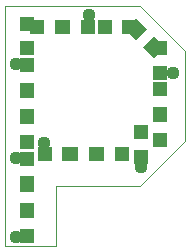
<source format=gts>
G75*
%MOIN*%
%OFA0B0*%
%FSLAX24Y24*%
%IPPOS*%
%LPD*%
%AMOC8*
5,1,8,0,0,1.08239X$1,22.5*
%
%ADD10C,0.0000*%
%ADD11R,0.0512X0.0512*%
%ADD12R,0.0512X0.0512*%
%ADD13C,0.0437*%
D10*
X002767Y002767D02*
X002767Y010767D01*
X007267Y010767D01*
X008767Y009267D01*
X008767Y006267D01*
X007267Y004767D01*
X004467Y004767D01*
X004467Y002767D01*
X002767Y002767D01*
D11*
X003517Y003103D03*
X003517Y003930D03*
X003517Y003978D03*
X003517Y004805D03*
X003517Y004853D03*
X003517Y005680D03*
X004103Y005829D03*
X004930Y005829D03*
X004978Y005829D03*
X005805Y005829D03*
X005853Y005829D03*
X006680Y005829D03*
X007329Y005728D03*
X007954Y006291D03*
X007329Y006555D03*
X007954Y007118D03*
X007954Y007166D03*
X007954Y007993D03*
X007954Y008541D03*
X007954Y009368D03*
X006930Y010079D03*
X006103Y010079D03*
X005555Y010079D03*
X004728Y010079D03*
X004680Y010079D03*
X003853Y010079D03*
X003517Y010180D03*
X003517Y009353D03*
X003517Y008805D03*
X003517Y007978D03*
X003517Y007930D03*
X003517Y007103D03*
X003517Y007055D03*
X003517Y006228D03*
D12*
G36*
X007384Y009412D02*
X007746Y009774D01*
X008108Y009412D01*
X007746Y009050D01*
X007384Y009412D01*
G37*
G36*
X006800Y009996D02*
X007162Y010358D01*
X007524Y009996D01*
X007162Y009634D01*
X006800Y009996D01*
G37*
D13*
X005579Y010454D03*
X003142Y008829D03*
X008392Y008517D03*
X004079Y006204D03*
X003142Y005704D03*
X007329Y005392D03*
X003142Y003079D03*
M02*

</source>
